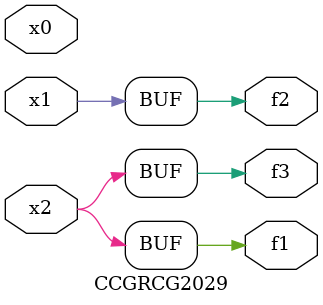
<source format=v>
module CCGRCG2029(
	input x0, x1, x2,
	output f1, f2, f3
);
	assign f1 = x2;
	assign f2 = x1;
	assign f3 = x2;
endmodule

</source>
